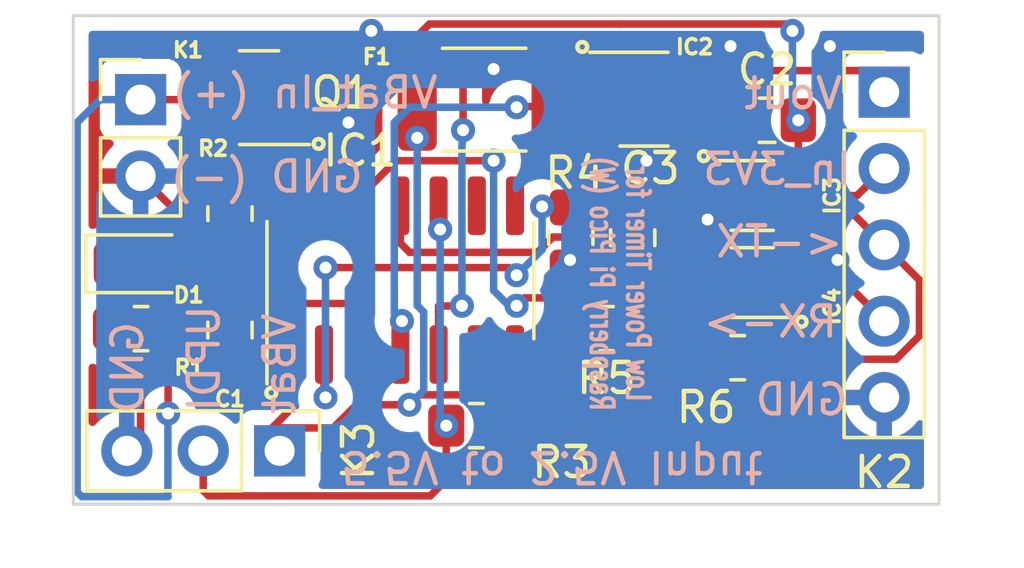
<source format=kicad_pcb>
(kicad_pcb (version 20211014) (generator pcbnew)
  (title_block (comment 4 "AISLER Project ID: KFVQHLUF"))
  (layers (0 "F.Cu" signal) (31 "B.Cu" signal) (34 "B.Paste" user) (35 "F.Paste" user) (36 "B.SilkS" user "B.Silkscreen") (37 "F.SilkS" user "F.Silkscreen") (38 "B.Mask" user) (39 "F.Mask" user) (44 "Edge.Cuts" user))
  (net 0 "")
  (net 1 "BAT_IN")
  (net 2 "PA1")
  (net 3 "VIN_3V3")
  (net 4 "Net-(D1-Pad1)")
  (net 5 "Net-(F1-Pad2)")
  (net 6 "Net-(IC1-Pad2)")
  (net 7 "VOUT")
  (net 12 "UPDI")
  (net 13 "PA2")
  (net 17 "TX")
  (net 19 "Net-(K1-Pad1)")
  (net 20 "Net-(Q1-Pad1)")
  (net 21 "RX")
  (net 22 "GND")
  (footprint "Resistor_SMD:R_0805_2012Metric_Pad1.20x1.40mm_HandSolder" (layer "F.Cu") (at 122.1994 78.502 -90)
    (fp_text reference "R4" (at -2.1496 -0.127 180) (layer "F.SilkS"))
    (fp_text value "10k")
    (fp_line (start -0.227064 0.735) (end 0.227064 0.735) (layer "F.SilkS") (width 0.12))
    (fp_line (start -0.227064 -0.735) (end 0.227064 -0.735) (layer "F.SilkS") (width 0.12))
    (pad "1" smd roundrect (at -1 0 270) (size 1.2 1.4) (layers "F.Cu" "F.Paste" "F.Mask") (roundrect_rratio 0.2083333333) (net 6 "Net-(IC1-Pad2)"))
    (pad "2" smd roundrect (at 1 0 270) (size 1.2 1.4) (layers "F.Cu" "F.Paste" "F.Mask") (roundrect_rratio 0.2083333333) (net 22 "GND"))
  )
  (footprint "Capacitor_SMD:C_0805_2012Metric_Pad1.18x1.45mm_HandSolder" (layer "F.Cu") (at 110.871 81.5809 90)
    (fp_text reference "C1" (at -2.2899 0 180) (layer "F.SilkS") (effects (font (size 0.5 0.5) (thickness 0.125))))
    (fp_text value "100nF/10V")
    (fp_line (start -0.261252 -0.735) (end 0.261252 -0.735) (layer "F.SilkS") (width 0.12))
    (fp_line (start -0.261252 0.735) (end 0.261252 0.735) (layer "F.SilkS") (width 0.12))
    (pad "1" smd roundrect (at -1.0375 0 90) (size 1.175 1.45) (layers "F.Cu" "F.Paste" "F.Mask") (roundrect_rratio 0.2127659574) (net 1 "BAT_IN"))
    (pad "2" smd roundrect (at 1.0375 0 90) (size 1.175 1.45) (layers "F.Cu" "F.Paste" "F.Mask") (roundrect_rratio 0.2127659574) (net 22 "GND"))
  )
  (footprint "Package_TO_SOT_SMD:SOT-23-5" (layer "F.Cu") (at 124.6323 73.8988)
    (fp_text reference "IC2" (at 1.6819 -1.7374) (layer "F.SilkS") (effects (font (size 0.5 0.5) (thickness 0.125))))
    (fp_text value "MAX40200AUK")
    (fp_line (start 0 1.56) (end -0.8 1.56) (layer "F.SilkS") (width 0.12))
    (fp_line (start 0 -1.56) (end -1.8 -1.56) (layer "F.SilkS") (width 0.12))
    (fp_line (start 0 1.56) (end 0.8 1.56) (layer "F.SilkS") (width 0.12))
    (fp_line (start 0 -1.56) (end 0.8 -1.56) (layer "F.SilkS") (width 0.12))
    (pad "1" smd roundrect (at -1.1375 -0.95) (size 1.325 0.6) (layers "F.Cu" "F.Paste" "F.Mask") (net 5 "Net-(F1-Pad2)"))
    (pad "2" smd roundrect (at -1.1375 0) (size 1.325 0.6) (layers "F.Cu" "F.Paste" "F.Mask") (net 22 "GND"))
    (pad "3" smd roundrect (at -1.1375 0.95) (size 1.325 0.6) (layers "F.Cu" "F.Paste" "F.Mask") (net 6 "Net-(IC1-Pad2)"))
    (pad "4" smd roundrect (at 1.1375 0.95) (size 1.325 0.6) (layers "F.Cu" "F.Paste" "F.Mask"))
    (pad "5" smd roundrect (at 1.1375 -0.95) (size 1.325 0.6) (layers "F.Cu" "F.Paste" "F.Mask") (net 7 "VOUT"))
  )
  (footprint "Fuse:Fuse_1812_4532Metric_Pad1.30x3.40mm_HandSolder" (layer "F.Cu") (at 119.319 73.914)
    (fp_text reference "F1" (at -3.5712 -1.4224) (layer "F.SilkS") (effects (font (size 0.5 0.5) (thickness 0.125))))
    (fp_text value "Polyfuse")
    (fp_line (start -1.386252 1.71) (end 1.386252 1.71) (layer "F.SilkS") (width 0.12))
    (fp_line (start -1.386252 -1.71) (end 1.386252 -1.71) (layer "F.SilkS") (width 0.12))
    (pad "1" smd roundrect (at -2.225 0) (size 1.3 3.4) (layers "F.Cu" "F.Paste" "F.Mask") (roundrect_rratio 0.1923076923) (net 1 "BAT_IN"))
    (pad "2" smd roundrect (at 2.225 0) (size 1.3 3.4) (layers "F.Cu" "F.Paste" "F.Mask") (roundrect_rratio 0.1923076923) (net 5 "Net-(F1-Pad2)"))
  )
  (footprint "Resistor_SMD:R_0805_2012Metric_Pad1.20x1.40mm_HandSolder" (layer "F.Cu") (at 127.746 82.5)
    (fp_text reference "R6" (at -1.0508 1.6502) (layer "F.SilkS"))
    (fp_text value "10k")
    (fp_line (start -0.227064 -0.735) (end 0.227064 -0.735) (layer "F.SilkS") (width 0.12))
    (fp_line (start -0.227064 0.735) (end 0.227064 0.735) (layer "F.SilkS") (width 0.12))
    (pad "1" smd roundrect (at -1 0) (size 1.2 1.4) (layers "F.Cu" "F.Paste" "F.Mask") (roundrect_rratio 0.2083333333) (net 3 "VIN_3V3"))
    (pad "2" smd roundrect (at 1 0) (size 1.2 1.4) (layers "F.Cu" "F.Paste" "F.Mask") (roundrect_rratio 0.2083333333) (net 17 "TX"))
  )
  (footprint "Package_TO_SOT_SMD:SOT-353_SC-70-5_Handsoldering" (layer "F.Cu") (at 128.2284 77.104)
    (fp_text reference "IC3" (at 2.6578 0.0104 90) (layer "F.SilkS") (effects (font (size 0.5 0.5) (thickness 0.125))))
    (fp_text value "74LVC1G07GC")
    (fp_line (start 0.7 -1.16) (end -1.2 -1.16) (layer "F.SilkS") (width 0.12))
    (fp_line (start -0.7 1.16) (end 0.7 1.16) (layer "F.SilkS") (width 0.12))
    (pad "1" smd rect (at -1.33 -0.65) (size 1.5 0.4) (layers "F.Cu" "F.Paste" "F.Mask"))
    (pad "2" smd rect (at -1.33 0) (size 1.5 0.4) (layers "F.Cu" "F.Paste" "F.Mask") (net 2 "PA1"))
    (pad "3" smd rect (at -1.33 0.65) (size 1.5 0.4) (layers "F.Cu" "F.Paste" "F.Mask") (net 22 "GND"))
    (pad "4" smd rect (at 1.33 0.65) (size 1.5 0.4) (layers "F.Cu" "F.Paste" "F.Mask") (net 17 "TX"))
    (pad "5" smd rect (at 1.33 -0.65) (size 1.5 0.4) (layers "F.Cu" "F.Paste" "F.Mask") (net 1 "BAT_IN"))
  )
  (footprint "LED_SMD:LED_0805_2012Metric_Pad1.15x1.40mm_HandSolder" (layer "F.Cu") (at 107.941 79.375)
    (fp_text reference "D1" (at 1.5584 1.0414) (layer "F.SilkS") (effects (font (size 0.5 0.5) (thickness 0.125))))
    (fp_text value "LED")
    (fp_line (start -1.86 0.96) (end 1 0.96) (layer "F.SilkS") (width 0.12))
    (fp_line (start 1 -0.96) (end -1.86 -0.96) (layer "F.SilkS") (width 0.12))
    (fp_line (start -1.86 -0.96) (end -1.86 0.96) (layer "F.SilkS") (width 0.12))
    (pad "1" smd roundrect (at -1.025 0) (size 1.15 1.4) (layers "F.Cu" "F.Paste" "F.Mask") (roundrect_rratio 0.2173913043) (net 4 "Net-(D1-Pad1)"))
    (pad "2" smd roundrect (at 1.025 0) (size 1.15 1.4) (layers "F.Cu" "F.Paste" "F.Mask") (roundrect_rratio 0.2173913043) (net 22 "GND"))
  )
  (footprint "Capacitor_SMD:C_0805_2012Metric_Pad1.18x1.45mm_HandSolder" (layer "F.Cu") (at 128.7233 74.5998)
    (fp_text reference "C2" (at 0 -1.68) (layer "F.SilkS"))
    (fp_text value "100nF/10V")
    (fp_line (start -0.261252 0.735) (end 0.261252 0.735) (layer "F.SilkS") (width 0.12))
    (fp_line (start -0.261252 -0.735) (end 0.261252 -0.735) (layer "F.SilkS") (width 0.12))
    (pad "1" smd roundrect (at -1.0375 0) (size 1.175 1.45) (layers "F.Cu" "F.Paste" "F.Mask") (roundrect_rratio 0.2127659574) (net 22 "GND"))
    (pad "2" smd roundrect (at 1.0375 0) (size 1.175 1.45) (layers "F.Cu" "F.Paste" "F.Mask") (roundrect_rratio 0.2127659574) (net 1 "BAT_IN"))
  )
  (footprint "Resistor_SMD:R_0805_2012Metric_Pad1.20x1.40mm_HandSolder" (layer "F.Cu") (at 110.871 77.708 -90)
    (fp_text reference "R2" (at -2.1684 0.5588 180) (layer "F.SilkS") (effects (font (size 0.5 0.5) (thickness 0.125))))
    (fp_text value "10k")
    (fp_line (start -0.227064 0.735) (end 0.227064 0.735) (layer "F.SilkS") (width 0.12))
    (fp_line (start -0.227064 -0.735) (end 0.227064 -0.735) (layer "F.SilkS") (width 0.12))
    (pad "1" smd roundrect (at -1 0 270) (size 1.2 1.4) (layers "F.Cu" "F.Paste" "F.Mask") (roundrect_rratio 0.2083333333) (net 20 "Net-(Q1-Pad1)"))
    (pad "2" smd roundrect (at 1 0 270) (size 1.2 1.4) (layers "F.Cu" "F.Paste" "F.Mask") (roundrect_rratio 0.2083333333) (net 22 "GND"))
  )
  (footprint "Package_TO_SOT_SMD:SOT-23" (layer "F.Cu") (at 111.8385 73.848 180)
    (fp_text reference "Q1" (at -2.7409 0.1626) (layer "F.SilkS"))
    (fp_text value "Q_PMOS_GSD")
    (fp_line (start 0 1.56) (end 0.65 1.56) (layer "F.SilkS") (width 0.12))
    (fp_line (start 0 1.56) (end -0.65 1.56) (layer "F.SilkS") (width 0.12))
    (fp_line (start 0 -1.56) (end -1.675 -1.56) (layer "F.SilkS") (width 0.12))
    (fp_line (start 0 -1.56) (end 0.65 -1.56) (layer "F.SilkS") (width 0.12))
    (pad "1" smd roundrect (at -0.9375 -0.95 180) (size 1.475 0.6) (layers "F.Cu" "F.Paste" "F.Mask") (net 20 "Net-(Q1-Pad1)"))
    (pad "2" smd roundrect (at -0.9375 0.95 180) (size 1.475 0.6) (layers "F.Cu" "F.Paste" "F.Mask") (net 1 "BAT_IN"))
    (pad "3" smd roundrect (at 0.9375 0 180) (size 1.475 0.6) (layers "F.Cu" "F.Paste" "F.Mask") (net 19 "Net-(K1-Pad1)"))
  )
  (footprint "Connector_PinHeader_2.54mm:PinHeader_1x03_P2.54mm_Vertical" (layer "F.Cu") (at 112.522 85.598 -90)
    (fp_text reference "K3" (at 0 -2.6162 -90) (layer "F.SilkS"))
    (fp_text value "DBG/UPDI")
    (fp_line (start 1.33 1.27) (end 1.33 6.41) (layer "F.SilkS") (width 0.12))
    (fp_line (start -1.33 1.27) (end 1.33 1.27) (layer "F.SilkS") (width 0.12))
    (fp_line (start -1.33 6.41) (end 1.33 6.41) (layer "F.SilkS") (width 0.12))
    (fp_line (start -1.33 0) (end -1.33 -1.33) (layer "F.SilkS") (width 0.12))
    (fp_line (start -1.33 -1.33) (end 0 -1.33) (layer "F.SilkS") (width 0.12))
    (fp_line (start -1.33 1.27) (end -1.33 6.41) (layer "F.SilkS") (width 0.12))
    (pad "1" thru_hole rect (at 0 0 270) (size 1.7 1.7) (drill 1) (layers *.Cu *.Mask) (net 1 "BAT_IN"))
    (pad "2" thru_hole oval (at 0 2.54 270) (size 1.7 1.7) (drill 1) (layers *.Cu *.Mask) (net 12 "UPDI"))
    (pad "3" thru_hole oval (at 0 5.08 270) (size 1.7 1.7) (drill 1) (layers *.Cu *.Mask) (net 22 "GND"))
  )
  (footprint "Resistor_SMD:R_0805_2012Metric_Pad1.20x1.40mm_HandSolder" (layer "F.Cu") (at 107.9152 81.534 180)
    (fp_text reference "R1" (at -1.6096 -1.2954) (layer "F.SilkS") (effects (font (size 0.5 0.5) (thickness 0.125))))
    (fp_text value "10k")
    (fp_line (start -0.227064 -0.735) (end 0.227064 -0.735) (layer "F.SilkS") (width 0.12))
    (fp_line (start -0.227064 0.735) (end 0.227064 0.735) (layer "F.SilkS") (width 0.12))
    (pad "1" smd roundrect (at -1 0 180) (size 1.2 1.4) (layers "F.Cu" "F.Paste" "F.Mask") (roundrect_rratio 0.2083333333) (net 19 "Net-(K1-Pad1)"))
    (pad "2" smd roundrect (at 1 0 180) (size 1.2 1.4) (layers "F.Cu" "F.Paste" "F.Mask") (roundrect_rratio 0.2083333333) (net 4 "Net-(D1-Pad1)"))
  )
  (footprint "Resistor_SMD:R_0805_2012Metric_Pad1.20x1.40mm_HandSolder" (layer "F.Cu") (at 119.0592 84.7598 180)
    (fp_text reference "R3" (at -2.8354 -1.2192) (layer "F.SilkS"))
    (fp_text value "10k")
    (fp_line (start -0.227064 0.735) (end 0.227064 0.735) (layer "F.SilkS") (width 0.12))
    (fp_line (start -0.227064 -0.735) (end 0.227064 -0.735) (layer "F.SilkS") (width 0.12))
    (pad "1" smd roundrect (at -1 0 180) (size 1.2 1.4) (layers "F.Cu" "F.Paste" "F.Mask") (roundrect_rratio 0.2083333333) (net 1 "BAT_IN"))
    (pad "2" smd roundrect (at 1 0 180) (size 1.2 1.4) (layers "F.Cu" "F.Paste" "F.Mask") (roundrect_rratio 0.2083333333) (net 12 "UPDI"))
  )
  (footprint "Capacitor_SMD:C_0805_2012Metric_Pad1.18x1.45mm_HandSolder" (layer "F.Cu") (at 124.2568 78.5075 90)
    (fp_text reference "C3" (at 2.3075 0.5842 180) (layer "F.SilkS"))
    (fp_text value "100nF/10V")
    (fp_line (start -0.261252 0.735) (end 0.261252 0.735) (layer "F.SilkS") (width 0.12))
    (fp_line (start -0.261252 -0.735) (end 0.261252 -0.735) (layer "F.SilkS") (width 0.12))
    (pad "1" smd roundrect (at -1.0375 0 90) (size 1.175 1.45) (layers "F.Cu" "F.Paste" "F.Mask") (roundrect_rratio 0.2127659574) (net 3 "VIN_3V3"))
    (pad "2" smd roundrect (at 1.0375 0 90) (size 1.175 1.45) (layers "F.Cu" "F.Paste" "F.Mask") (roundrect_rratio 0.2127659574) (net 22 "GND"))
  )
  (footprint "Resistor_SMD:R_0805_2012Metric_Pad1.20x1.40mm_HandSolder" (layer "F.Cu") (at 123.3838 81.534 180)
    (fp_text reference "R5" (at 0 -1.65) (layer "F.SilkS"))
    (fp_text value "10k")
    (fp_line (start -0.227064 -0.735) (end 0.227064 -0.735) (layer "F.SilkS") (width 0.12))
    (fp_line (start -0.227064 0.735) (end 0.227064 0.735) (layer "F.SilkS") (width 0.12))
    (pad "1" smd roundrect (at -1 0 180) (size 1.2 1.4) (layers "F.Cu" "F.Paste" "F.Mask") (roundrect_rratio 0.2083333333) (net 13 "PA2"))
    (pad "2" smd roundrect (at 1 0 180) (size 1.2 1.4) (layers "F.Cu" "F.Paste" "F.Mask") (roundrect_rratio 0.2083333333) (net 1 "BAT_IN"))
  )
  (footprint "Connector_PinHeader_2.54mm:PinHeader_1x02_P2.54mm_Vertical" (layer "F.Cu") (at 107.8992 73.914)
    (fp_text reference "K1" (at 1.5748 -1.651) (layer "F.SilkS") (effects (font (size 0.5 0.5) (thickness 0.125))))
    (fp_text value "Conn_01x02")
    (fp_line (start -1.33 3.87) (end 1.33 3.87) (layer "F.SilkS") (width 0.12))
    (fp_line (start 1.33 1.27) (end 1.33 3.87) (layer "F.SilkS") (width 0.12))
    (fp_line (start -1.33 -1.33) (end 0 -1.33) (layer "F.SilkS") (width 0.12))
    (fp_line (start -1.33 1.27) (end -1.33 3.87) (layer "F.SilkS") (width 0.12))
    (fp_line (start -1.33 1.27) (end 1.33 1.27) (layer "F.SilkS") (width 0.12))
    (fp_line (start -1.33 0) (end -1.33 -1.33) (layer "F.SilkS") (width 0.12))
    (pad "1" thru_hole rect (at 0 0) (size 1.7 1.7) (drill 1) (layers *.Cu *.Mask) (net 19 "Net-(K1-Pad1)"))
    (pad "2" thru_hole oval (at 0 2.54) (size 1.7 1.7) (drill 1) (layers *.Cu *.Mask) (net 22 "GND"))
  )
  (footprint "Package_SO:SOIC-14_3.9x8.7mm_P1.27mm" (layer "F.Cu") (at 116.5352 79.9196 90)
    (fp_text reference "IC1" (at 4.3038 -1.3462 180) (layer "F.SilkS"))
    (fp_text value "ATtiny404-SS")
    (fp_line (start 0 4.435) (end 1.95 4.435) (layer "F.SilkS") (width 0.12))
    (fp_line (start 0 -4.435) (end 1.95 -4.435) (layer "F.SilkS") (width 0.12))
    (fp_line (start 0 -4.435) (end -3.45 -4.435) (layer "F.SilkS") (width 0.12))
    (fp_line (start 0 4.435) (end -1.95 4.435) (layer "F.SilkS") (width 0.12))
    (pad "1" smd roundrect (at -2.475 -3.81 90) (size 1.95 0.6) (layers "F.Cu" "F.Paste" "F.Mask") (net 1 "BAT_IN"))
    (pad "2" smd roundrect (at -2.475 -2.54 90) (size 1.95 0.6) (layers "F.Cu" "F.Paste" "F.Mask") (net 6 "Net-(IC1-Pad2)"))
    (pad "3" smd roundrect (at -2.475 -1.27 90) (size 1.95 0.6) (layers "F.Cu" "F.Paste" "F.Mask") (net 1 "BAT_IN"))
    (pad "4" smd roundrect (at -2.475 0 90) (size 1.95 0.6) (layers "F.Cu" "F.Paste" "F.Mask") (net 5 "Net-(F1-Pad2)"))
    (pad "5" smd roundrect (at -2.475 1.27 90) (size 1.95 0.6) (layers "F.Cu" "F.Paste" "F.Mask") (net 7 "VOUT"))
    (pad "6" smd roundrect (at -2.475 2.54 90) (size 1.95 0.6) (layers "F.Cu" "F.Paste" "F.Mask"))
    (pad "7" smd roundrect (at -2.475 3.81 90) (size 1.95 0.6) (layers "F.Cu" "F.Paste" "F.Mask"))
    (pad "8" smd roundrect (at 2.475 3.81 90) (size 1.95 0.6) (layers "F.Cu" "F.Paste" "F.Mask"))
    (pad "9" smd roundrect (at 2.475 2.54 90) (size 1.95 0.6) (layers "F.Cu" "F.Paste" "F.Mask"))
    (pad "10" smd roundrect (at 2.475 1.27 90) (size 1.95 0.6) (layers "F.Cu" "F.Paste" "F.Mask") (net 12 "UPDI"))
    (pad "11" smd roundrect (at 2.475 0 90) (size 1.95 0.6) (layers "F.Cu" "F.Paste" "F.Mask") (net 2 "PA1"))
    (pad "12" smd roundrect (at 2.475 -1.27 90) (size 1.95 0.6) (layers "F.Cu" "F.Paste" "F.Mask") (net 13 "PA2"))
    (pad "13" smd roundrect (at 2.475 -2.54 90) (size 1.95 0.6) (layers "F.Cu" "F.Paste" "F.Mask"))
    (pad "14" smd roundrect (at 2.475 -3.81 90) (size 1.95 0.6) (layers "F.Cu" "F.Paste" "F.Mask") (net 22 "GND"))
  )
  (footprint "Connector_PinHeader_2.54mm:PinHeader_1x05_P2.54mm_Vertical" (layer "F.Cu") (at 132.6134 73.665)
    (fp_text reference "K2" (at 0 12.6442) (layer "F.SilkS"))
    (fp_text value "Conn_01x05")
    (fp_line (start -1.33 1.27) (end 1.33 1.27) (layer "F.SilkS") (width 0.12))
    (fp_line (start -1.33 1.27) (end -1.33 11.49) (layer "F.SilkS") (width 0.12))
    (fp_line (start -1.33 11.49) (end 1.33 11.49) (layer "F.SilkS") (width 0.12))
    (fp_line (start -1.33 0) (end -1.33 -1.33) (layer "F.SilkS") (width 0.12))
    (fp_line (start 1.33 1.27) (end 1.33 11.49) (layer "F.SilkS") (width 0.12))
    (fp_line (start -1.33 -1.33) (end 0 -1.33) (layer "F.SilkS") (width 0.12))
    (pad "1" thru_hole rect (at 0 0) (size 1.7 1.7) (drill 1) (layers *.Cu *.Mask) (net 7 "VOUT"))
    (pad "2" thru_hole oval (at 0 2.54) (size 1.7 1.7) (drill 1) (layers *.Cu *.Mask) (net 3 "VIN_3V3"))
    (pad "3" thru_hole oval (at 0 5.08) (size 1.7 1.7) (drill 1) (layers *.Cu *.Mask) (net 17 "TX"))
    (pad "4" thru_hole oval (at 0 7.62) (size 1.7 1.7) (drill 1) (layers *.Cu *.Mask) (net 21 "RX"))
    (pad "5" thru_hole oval (at 0 10.16) (size 1.7 1.7) (drill 1) (layers *.Cu *.Mask) (net 22 "GND"))
  )
  (footprint "Package_TO_SOT_SMD:SOT-353_SC-70-5_Handsoldering" (layer "F.Cu") (at 128.2284 79.9996 180)
    (fp_text reference "IC4" (at -2.6578 -0.7978 270) (layer "F.SilkS") (effects (font (size 0.5 0.5) (thickness 0.125))))
    (fp_text value "74LVC1G07GC")
    (fp_line (start 0.7 -1.16) (end -1.2 -1.16) (layer "F.SilkS") (width 0.12))
    (fp_line (start -0.7 1.16) (end 0.7 1.16) (layer "F.SilkS") (width 0.12))
    (pad "1" smd rect (at -1.33 -0.65 180) (size 1.5 0.4) (layers "F.Cu" "F.Paste" "F.Mask"))
    (pad "2" smd rect (at -1.33 0 180) (size 1.5 0.4) (layers "F.Cu" "F.Paste" "F.Mask") (net 21 "RX"))
    (pad "3" smd rect (at -1.33 0.65 180) (size 1.5 0.4) (layers "F.Cu" "F.Paste" "F.Mask") (net 22 "GND"))
    (pad "4" smd rect (at 1.33 0.65 180) (size 1.5 0.4) (layers "F.Cu" "F.Paste" "F.Mask") (net 13 "PA2"))
    (pad "5" smd rect (at 1.33 -0.65 180) (size 1.5 0.4) (layers "F.Cu" "F.Paste" "F.Mask") (net 3 "VIN_3V3"))
  )
  (gr_circle (center 126.619 75.7936) (end 126.7206 75.9206) (layer "F.SilkS") (width 0.15) (fill none))
  (gr_circle (center 129.8702 81.3054) (end 129.9718 81.4324) (layer "F.SilkS") (width 0.15) (fill none))
  (gr_circle (center 113.8174 75.3872) (end 113.919 75.5142) (layer "F.SilkS") (width 0.15) (fill none))
  (gr_circle (center 122.5804 72.1614) (end 122.682 72.2884) (layer "F.SilkS") (width 0.15) (fill none))
  (gr_circle (center 112.2426 83.6676) (end 112.3442 83.7946) (layer "F.SilkS") (width 0.15) (fill none))
  (gr_line (start 134.4422 87.376) (end 134.4422 71.12) (layer "Edge.Cuts") (width 0.1))
  (gr_line (start 105.664 71.12) (end 105.664 87.376) (layer "Edge.Cuts") (width 0.1))
  (gr_line (start 134.4422 71.12) (end 105.664 71.12) (layer "Edge.Cuts") (width 0.1))
  (gr_line (start 105.664 87.376) (end 134.4422 87.376) (layer "Edge.Cuts") (width 0.1))
  (gr_text "GND" (at 129.8702 83.8962) (layer "B.SilkS") (effects (font (size 1 1)) (justify mirror)))
  (gr_text "Vout" (at 129.5908 73.7108) (layer "B.SilkS") (effects (font (size 1 1)) (justify mirror)))
  (gr_text "GND (-)" (at 112.0902 76.4794) (layer "B.SilkS") (effects (font (size 1 1)) (justify mirror)))
  (gr_text "GND" (at 107.4674 82.8294 90) (layer "B.SilkS") (effects (font (size 1 1)) (justify mirror)))
  (gr_text "VBat_In (+)" (at 113.3602 73.6854) (layer "B.SilkS") (effects (font (size 1 1)) (justify mirror)))
  (gr_text "Low Power Timer for\nRaspberry Pi Pico (W)\n" (at 123.825 80.0354 270) (layer "B.SilkS") (effects (font (size 0.75 0.5) (thickness 0.125)) (justify mirror)))
  (gr_text "UPDI" (at 110.0074 82.5246 90) (layer "B.SilkS") (effects (font (size 1 1)) (justify mirror)))
  (gr_text "<-TX" (at 129.1336 78.6384) (layer "B.SilkS") (effects (font (size 1 1)) (justify mirror)))
  (gr_text "RX->" (at 128.8288 81.3054) (layer "B.SilkS") (effects (font (size 1 1)) (justify mirror)))
  (gr_text "VBat" (at 112.522 82.7024 90) (layer "B.SilkS") (effects (font (size 1 1)) (justify mirror)))
  (gr_text "In_3V3" (at 129.0574 76.2254) (layer "B.SilkS") (effects (font (size 1 1)) (justify mirror)))
  (gr_text "5.5V to 2.5V Input" (at 121.5644 86.1314 180) (layer "B.SilkS") (effects (font (size 1 1)) (justify mirror)))
  (segment (start 112.776 82.4454) (end 112.7252 82.3946) (width 0.25) (layer "F.Cu") (net 1))
  (segment (start 112.776 84.328) (end 112.776 82.4454) (width 0.25) (layer "F.Cu") (net 1))
  (segment (start 112.268 84.836) (end 114.3 84.836) (width 0.25) (layer "F.Cu") (net 1))
  (segment (start 114.3 84.836) (end 115.07052 84.06548) (width 0.25) (layer "F.Cu") (net 1))
  (segment (start 112.776 72.898) (end 115.8494 72.898) (width 0.25) (layer "F.Cu") (net 1))
  (segment (start 116.83148 84.06548) (end 117.16168 83.73528) (width 0.25) (layer "F.Cu") (net 1))
  (segment (start 115.57852 84.06548) (end 116.83148 84.06548) (width 0.25) (layer "F.Cu") (net 1))
  (segment (start 117.094 73.914) (end 117.094 73.4314) (width 0.25) (layer "F.Cu") (net 1))
  (segment (start 117.094 73.4314) (end 117.094 71.8058) (width 0.25) (layer "F.Cu") (net 1))
  (segment (start 115.2906 80.6958) (end 112.343593 80.6958) (width 0.25) (layer "F.Cu") (net 1))
  (segment (start 115.316 80.7212) (end 115.2906 80.6958) (width 0.25) (layer "F.Cu") (net 1))
  (segment (start 115.2652 83.7692) (end 115.56148 84.06548) (width 0.25) (layer "F.Cu") (net 1))
  (segment (start 120.142 85.058) (end 120.11 85.09) (width 0.25) (layer "F.Cu") (net 1))
  (segment (start 115.8494 72.898) (end 117.094 74.1426) (width 0.25) (layer "F.Cu") (net 1))
  (segment (start 129.7608 74.5998) (end 129.7608 76.2516) (width 0.25) (layer "F.Cu") (net 1))
  (segment (start 112.5014 82.6184) (end 112.7252 82.3946) (width 0.25) (layer "F.Cu") (net 1))
  (segment (start 115.2652 82.3946) (end 115.2652 83.7692) (width 0.25) (layer "F.Cu") (net 1))
  (segment (start 122.936 84.836) (end 120.364 84.836) (width 0.25) (layer "F.Cu") (net 1))
  (segment (start 110.871 82.6184) (end 112.5014 82.6184) (width 0.25) (layer "F.Cu") (net 1))
  (segment (start 117.16168 83.73528) (end 119.03468 83.73528) (width 0.25) (layer "F.Cu") (net 1))
  (segment (start 111.3282 82.1612) (end 110.871 82.6184) (width 0.25) (layer "F.Cu") (net 1))
  (segment (start 119.03468 83.73528) (end 120.0592 84.7598) (width 0.25) (layer "F.Cu") (net 1))
  (segment (start 112.268 84.836) (end 112.776 84.328) (width 0.25) (layer "F.Cu") (net 1))
  (segment (start 122.936 84.836) (end 122.936 82.0862) (width 0.25) (layer "F.Cu") (net 1))
  (segment (start 112.343593 80.6958) (end 111.3282 81.711193) (width 0.25) (layer "F.Cu") (net 1))
  (segment (start 117.5004 71.3994) (end 123.8504 71.3994) (width 0.25) (layer "F.Cu") (net 1))
  (segment (start 115.2652 82.3946) (end 115.316 82.3438) (width 0.25) (layer "F.Cu") (net 1))
  (segment (start 122.936 82.0862) (end 122.3838 81.534) (width 0.25) (layer "F.Cu") (net 1))
  (segment (start 116.3828 73.4314) (end 116.8654 73.914) (width 0.25) (layer "F.Cu") (net 1))
  (segment (start 117.3988 71.501) (end 117.5004 71.3994) (width 0.25) (layer "F.Cu") (net 1))
  (segment (start 115.316 82.3438) (end 115.316 80.7212) (width 0.25) (layer "F.Cu") (net 1))
  (segment (start 116.3828 73.4314) (end 117.094 74.1426) (width 0.25) (layer "F.Cu") (net 1))
  (segment (start 129.7608 76.2516) (end 129.5584 76.454) (width 0.25) (layer "F.Cu") (net 1))
  (segment (start 123.8504 71.3994) (end 129.3368 71.3994) (width 0.25) (layer "F.Cu") (net 1))
  (segment (start 111.3282 81.711193) (end 111.3282 82.1612) (width 0.25) (layer "F.Cu") (net 1))
  (segment (start 117.094 71.8058) (end 117.3988 71.501) (width 0.25) (layer "F.Cu") (net 1))
  (segment (start 129.3368 71.3994) (end 129.5654 71.628) (width 0.25) (layer "F.Cu") (net 1))
  (segment (start 115.56148 84.06548) (end 115.57852 84.06548) (width 0.25) (layer "F.Cu") (net 1))
  (segment (start 120.364 84.836) (end 120.11 85.09) (width 0.25) (layer "F.Cu") (net 1))
  (segment (start 115.07052 84.06548) (end 115.57852 84.06548) (width 0.25) (layer "F.Cu") (net 1))
  (segment (start 117.094 74.1426) (end 117.094 75.184) (width 0.25) (layer "F.Cu") (net 1))
  (via (at 117.094 75.184) (size 0.8) (drill 0.4) (layers "F.Cu" "B.Cu") (net 1))
  (via (at 129.5654 71.628) (size 0.8) (drill 0.4) (layers "F.Cu" "B.Cu") (net 1))
  (via (at 116.83148 84.06548) (size 0.8) (drill 0.4) (layers "F.Cu" "B.Cu") (net 1))
  (via (at 129.7608 74.5998) (size 0.8) (drill 0.4) (layers "F.Cu" "B.Cu") (net 1))
  (segment (start 129.5654 74.4044) (end 129.7608 74.5998) (width 0.25) (layer "B.Cu") (net 1))
  (segment (start 129.5654 71.628) (end 129.5654 74.4044) (width 0.25) (layer "B.Cu") (net 1))
  (segment (start 117.094 75.184) (end 117.094 80.763386) (width 0.25) (layer "B.Cu") (net 1))
  (segment (start 117.094 80.763386) (end 117.310511 80.979897) (width 0.25) (layer "B.Cu") (net 1))
  (segment (start 117.310511 80.979897) (end 117.310511 83.586449) (width 0.25) (layer "B.Cu") (net 1))
  (segment (start 117.310511 83.586449) (end 116.83148 84.06548) (width 0.25) (layer "B.Cu") (net 1))
  (segment (start 125.73 77.216) (end 125.73 77.978) (width 0.25) (layer "F.Cu") (net 2))
  (segment (start 121.094907 78.994) (end 116.84 78.994) (width 0.25) (layer "F.Cu") (net 2))
  (segment (start 125.73 77.978) (end 125.222 78.486) (width 0.25) (layer "F.Cu") (net 2))
  (segment (start 116.5352 77.4446) (end 116.5352 78.6892) (width 0.25) (layer "F.Cu") (net 2))
  (segment (start 126.8984 77.104) (end 125.842 77.104) (width 0.25) (layer "F.Cu") (net 2))
  (segment (start 125.222 78.486) (end 121.602907 78.486) (width 0.25) (layer "F.Cu") (net 2))
  (segment (start 116.5352 78.6892) (end 116.84 78.994) (width 0.25) (layer "F.Cu") (net 2))
  (segment (start 121.602907 78.486) (end 121.094907 78.994) (width 0.25) (layer "F.Cu") (net 2))
  (segment (start 125.842 77.104) (end 125.73 77.216) (width 0.25) (layer "F.Cu") (net 2))
  (segment (start 128.27 77.443378) (end 128.609178 77.1042) (width 0.25) (layer "F.Cu") (net 3))
  (segment (start 128.27 78.74) (end 128.27 77.443378) (width 0.25) (layer "F.Cu") (net 3))
  (segment (start 125.73 78.74) (end 128.27 78.74) (width 0.25) (layer "F.Cu") (net 3))
  (segment (start 124.2568 79.1132) (end 125.3568 79.1132) (width 0.25) (layer "F.Cu") (net 3))
  (segment (start 128.609178 77.1042) (end 131.7142 77.1042) (width 0.25) (layer "F.Cu") (net 3))
  (segment (start 125.3568 79.1132) (end 125.73 78.74) (width 0.25) (layer "F.Cu") (net 3))
  (segment (start 128.27 80.01) (end 127.6304 80.6496) (width 0.25) (layer "F.Cu") (net 3))
  (segment (start 127.6304 80.6496) (end 126.8984 80.6496) (width 0.25) (layer "F.Cu") (net 3))
  (segment (start 131.7142 77.1042) (end 132.6134 76.205) (width 0.25) (layer "F.Cu") (net 3))
  (segment (start 126.8984 80.6496) (end 126.8984 82.2706) (width 0.25) (layer "F.Cu") (net 3))
  (segment (start 128.27 78.74) (end 128.27 80.01) (width 0.25) (layer "F.Cu") (net 3))
  (segment (start 126.8984 82.2706) (end 126.619 82.55) (width 0.25) (layer "F.Cu") (net 3))
  (segment (start 106.916 79.375) (end 106.916 81.5332) (width 0.25) (layer "F.Cu") (net 4))
  (segment (start 106.916 81.5332) (end 106.9152 81.534) (width 0.25) (layer "F.Cu") (net 4))
  (segment (start 120.4214 74.1426) (end 120.396 74.168) (width 0.25) (layer "F.Cu") (net 5))
  (segment (start 122.428 72.898) (end 123.444 72.898) (width 0.25) (layer "F.Cu") (net 5))
  (segment (start 121.544 74.1426) (end 120.4214 74.1426) (width 0.25) (layer "F.Cu") (net 5))
  (segment (start 116.586 82.3438) (end 116.5352 82.3946) (width 0.25) (layer "F.Cu") (net 5))
  (segment (start 121.544 74.1426) (end 121.544 73.782) (width 0.25) (layer "F.Cu") (net 5))
  (segment (start 121.544 73.782) (end 122.428 72.898) (width 0.25) (layer "F.Cu") (net 5))
  (segment (start 123.444 72.898) (end 123.4948 72.9488) (width 0.25) (layer "F.Cu") (net 5))
  (segment (start 116.586 81.28) (end 116.586 82.3438) (width 0.25) (layer "F.Cu") (net 5))
  (via (at 120.396 74.168) (size 0.8) (drill 0.4) (layers "F.Cu" "B.Cu") (net 5))
  (via (at 116.586 81.28) (size 0.8) (drill 0.4) (layers "F.Cu" "B.Cu") (net 5))
  (segment (start 116.332 74.676) (end 116.332 81.026) (width 0.25) (layer "B.Cu") (net 5))
  (segment (start 116.84 74.168) (end 116.332 74.676) (width 0.25) (layer "B.Cu") (net 5))
  (segment (start 120.396 74.168) (end 116.84 74.168) (width 0.25) (layer "B.Cu") (net 5))
  (segment (start 116.332 81.026) (end 116.586 81.28) (width 0.25) (layer "B.Cu") (net 5))
  (segment (start 120.142 79.502) (end 120.396 79.756) (width 0.25) (layer "F.Cu") (net 6))
  (segment (start 118.11 79.502) (end 120.142 79.502) (width 0.25) (layer "F.Cu") (net 6))
  (segment (start 113.9952 82.3946) (end 113.9952 83.7692) (width 0.25) (layer "F.Cu") (net 6))
  (segment (start 123.4948 74.8488) (end 123.4948 75.1332) (width 0.25) (layer "F.Cu") (net 6))
  (segment (start 121.2447 77.47) (end 122.1674 77.47) (width 0.25) (layer "F.Cu") (net 6))
  (segment (start 122.1674 77.47) (end 122.1994 77.502) (width 0.25) (layer "F.Cu") (net 6))
  (segment (start 122.1994 76.4286) (end 122.1994 77.502) (width 0.25) (layer "F.Cu") (net 6))
  (segment (start 123.4948 75.1332) (end 122.1994 76.4286) (width 0.25) (layer "F.Cu") (net 6))
  (segment (start 114.046 79.502) (end 118.11 79.502) (width 0.25) (layer "F.Cu") (net 6))
  (segment (start 113.9952 83.7692) (end 114.046 83.82) (width 0.25) (layer "F.Cu") (net 6))
  (via (at 121.2447 77.47) (size 0.8) (drill 0.4) (layers "F.Cu" "B.Cu") (net 6))
  (via (at 120.396 79.756) (size 0.8) (drill 0.4) (layers "F.Cu" "B.Cu") (net 6))
  (via (at 114.046 83.82) (size 0.8) (drill 0.4) (layers "F.Cu" "B.Cu") (net 6))
  (via (at 114.046 79.502) (size 0.8) (drill 0.4) (layers "F.Cu" "B.Cu") (net 6))
  (segment (start 120.396 79.756) (end 121.2447 78.9073) (width 0.25) (layer "B.Cu") (net 6))
  (segment (start 121.2447 78.9073) (end 121.2447 77.47) (width 0.25) (layer "B.Cu") (net 6))
  (segment (start 114.046 83.82) (end 114.046 79.502) (width 0.25) (layer "B.Cu") (net 6))
  (segment (start 118.618 74.93) (end 118.618 72.39) (width 0.25) (layer "F.Cu") (net 7))
  (segment (start 125.7698 72.9488) (end 131.8972 72.9488) (width 0.25) (layer "F.Cu") (net 7))
  (segment (start 131.8972 72.9488) (end 132.6134 73.665) (width 0.25) (layer "F.Cu") (net 7))
  (segment (start 125.222 71.882) (end 125.7698 72.4298) (width 0.25) (layer "F.Cu") (net 7))
  (segment (start 118.618 72.39) (end 119.126 71.882) (width 0.25) (layer "F.Cu") (net 7))
  (segment (start 119.126 71.882) (end 125.222 71.882) (width 0.25) (layer "F.Cu") (net 7))
  (segment (start 118.5805 80.772) (end 117.8052 80.7853) (width 0.25) (layer "F.Cu") (net 7))
  (segment (start 125.7698 72.4298) (end 125.7698 72.9488) (width 0.25) (layer "F.Cu") (net 7))
  (segment (start 117.8052 80.7853) (end 117.8052 82.3946) (width 0.25) (layer "F.Cu") (net 7))
  (via (at 118.5805 80.772) (size 0.8) (drill 0.4) (layers "F.Cu" "B.Cu") (net 7))
  (via (at 118.618 74.93) (size 0.8) (drill 0.4) (layers "F.Cu" "B.Cu") (net 7))
  (segment (start 118.580511 75.475489) (end 118.580511 80.009989) (width 0.25) (layer "B.Cu") (net 7))
  (segment (start 118.618 74.93) (end 118.580511 75.475489) (width 0.25) (layer "B.Cu") (net 7))
  (segment (start 118.580511 80.009989) (end 118.5805 80.772) (width 0.25) (layer "B.Cu") (net 7))
  (segment (start 118.0592 86.5632) (end 117.5258 87.0966) (width 0.25) (layer "F.Cu") (net 12))
  (segment (start 109.982 86.9188) (end 110.1598 87.0966) (width 0.25) (layer "F.Cu") (net 12))
  (segment (start 110.1598 87.0966) (end 117.5258 87.0966) (width 0.25) (layer "F.Cu") (net 12))
  (segment (start 109.982 85.598) (end 109.982 86.9188) (width 0.25) (layer "F.Cu") (net 12))
  (segment (start 118.0592 84.7598) (end 118.0592 86.5632) (width 0.25) (layer "F.Cu") (net 12))
  (via (at 118.0592 84.7598) (size 0.8) (drill 0.4) (layers "F.Cu" "B.Cu") (net 12))
  (via (at 117.856 78.232) (size 0.8) (drill 0.4) (layers "F.Cu" "B.Cu") (net 12))
  (segment (start 117.856 84.5566) (end 118.0592 84.7598) (width 0.25) (layer "B.Cu") (net 12))
  (segment (start 117.856 78.232) (end 117.856 84.5566) (width 0.25) (layer "B.Cu") (net 12))
  (segment (start 116.387728 75.946) (end 115.2652 77.068528) (width 0.25) (layer "F.Cu") (net 13))
  (segment (start 125.5522 80.4418) (end 125.5522 79.8322) (width 0.25) (layer "F.Cu") (net 13))
  (segment (start 115.2652 77.068528) (end 115.2652 77.4446) (width 0.25) (layer "F.Cu") (net 13))
  (segment (start 124.46 81.534) (end 125.5522 80.4418) (width 0.25) (layer "F.Cu") (net 13))
  (segment (start 119.634 75.946) (end 116.387728 75.946) (width 0.25) (layer "F.Cu") (net 13))
  (segment (start 123.35928 80.50948) (end 124.3838 81.534) (width 0.25) (layer "F.Cu") (net 13))
  (segment (start 124.3838 81.534) (end 124.46 81.534) (width 0.25) (layer "F.Cu") (net 13))
  (segment (start 126.8984 79.3496) (end 126.0348 79.3496) (width 0.25) (layer "F.Cu") (net 13))
  (segment (start 120.65852 80.50948) (end 123.35928 80.50948) (width 0.25) (layer "F.Cu") (net 13))
  (segment (start 120.396 80.772) (end 120.65852 80.50948) (width 0.25) (layer "F.Cu") (net 13))
  (segment (start 126.0348 79.3496) (end 125.5522 79.8322) (width 0.25) (layer "F.Cu") (net 13))
  (via (at 119.634 75.946) (size 0.8) (drill 0.4) (layers "F.Cu" "B.Cu") (net 13))
  (via (at 120.396 80.772) (size 0.8) (drill 0.4) (layers "F.Cu" "B.Cu") (net 13))
  (segment (start 119.634 75.946) (end 119.634 80.264) (width 0.25) (layer "B.Cu") (net 13))
  (segment (start 119.634 80.264) (end 120.142 80.772) (width 0.25) (layer "B.Cu") (net 13))
  (segment (start 120.142 80.772) (end 120.396 80.772) (width 0.25) (layer "B.Cu") (net 13))
  (segment (start 128.619 82.55) (end 133.00941 82.55) (width 0.25) (layer "F.Cu") (net 17))
  (segment (start 129.5584 77.754) (end 131.6224 77.754) (width 0.25) (layer "F.Cu") (net 17))
  (segment (start 133.787911 81.771499) (end 133.787911 79.919511) (width 0.25) (layer "F.Cu") (net 17))
  (segment (start 133.00941 82.55) (end 133.787911 81.771499) (width 0.25) (layer "F.Cu") (net 17))
  (segment (start 133.787911 79.919511) (end 132.6134 78.745) (width 0.25) (layer "F.Cu") (net 17))
  (segment (start 131.6224 77.754) (end 132.6134 78.745) (width 0.25) (layer "F.Cu") (net 17))
  (segment (start 108.9152 81.534) (end 108.712 81.534) (width 0.25) (layer "F.Cu") (net 19))
  (segment (start 108.8136 81.6356) (end 108.9152 81.534) (width 0.25) (layer "F.Cu") (net 19))
  (segment (start 107.8992 73.914) (end 110.835 73.914) (width 0.25) (layer "F.Cu") (net 19))
  (segment (start 110.835 73.914) (end 110.901 73.848) (width 0.25) (layer "F.Cu") (net 19))
  (segment (start 108.8136 84.3534) (end 108.8136 81.6356) (width 0.25) (layer "F.Cu") (net 19))
  (via (at 108.8136 84.3534) (size 0.8) (drill 0.4) (layers "F.Cu" "B.Cu") (net 19))
  (segment (start 108.807489 87.115889) (end 108.807489 84.359511) (width 0.25) (layer "B.Cu") (net 19))
  (segment (start 107.7976 87.122) (end 108.8136 87.122) (width 0.25) (layer "B.Cu") (net 19))
  (segment (start 108.807489 84.359511) (end 108.8136 84.3534) (width 0.25) (layer "B.Cu") (net 19))
  (segment (start 105.791 86.9696) (end 105.9434 87.122) (width 0.25) (layer "B.Cu") (net 19))
  (segment (start 105.9434 87.122) (end 107.7976 87.122) (width 0.25) (layer "B.Cu") (net 19))
  (segment (start 108.8136 87.122) (end 108.807489 87.115889) (width 0.25) (layer "B.Cu") (net 19))
  (segment (start 106.4514 74.0156) (end 105.791 74.676) (width 0.25) (layer "B.Cu") (net 19))
  (segment (start 107.8992 73.914) (end 106.553 73.914) (width 0.25) (layer "B.Cu") (net 19))
  (segment (start 105.791 74.676) (end 105.791 86.9696) (width 0.25) (layer "B.Cu") (net 19))
  (segment (start 106.553 73.914) (end 106.4514 74.0156) (width 0.25) (layer "B.Cu") (net 19))
  (segment (start 110.871 75.311) (end 111.384 74.798) (width 0.25) (layer "F.Cu") (net 20))
  (segment (start 111.384 74.798) (end 112.776 74.798) (width 0.25) (layer "F.Cu") (net 20))
  (segment (start 110.871 76.708) (end 110.871 75.311) (width 0.25) (layer "F.Cu") (net 20))
  (segment (start 129.5584 79.9996) (end 131.328 79.9996) (width 0.25) (layer "F.Cu") (net 21))
  (segment (start 131.328 79.9996) (end 132.6134 81.285) (width 0.25) (layer "F.Cu") (net 21))
  (segment (start 126.9848 73.8988) (end 127.6858 74.5998) (width 0.25) (layer "F.Cu") (net 22))
  (segment (start 130.9624 79.3496) (end 131.064 79.248) (width 0.25) (layer "F.Cu") (net 22))
  (segment (start 124.714 73.914) (end 124.714 75.946) (width 0.25) (layer "F.Cu") (net 22))
  (segment (start 124.6988 73.8988) (end 124.714 73.914) (width 0.25) (layer "F.Cu") (net 22))
  (segment (start 124.4752 73.8988) (end 126.9848 73.8988) (width 0.25) (layer "F.Cu") (net 22))
  (segment (start 108.966 79.375) (end 108.966 77.5208) (width 0.25) (layer "F.Cu") (net 22))
  (segment (start 107.442 85.598) (end 107.8992 85.1408) (width 0.25) (layer "F.Cu") (net 22))
  (segment (start 107.8992 85.1408) (end 107.8992 76.454) (width 0.25) (layer "F.Cu") (net 22))
  (segment (start 126.8984 77.754) (end 126.895502 77.754) (width 0.25) (layer "F.Cu") (net 22))
  (segment (start 110.871 80.5434) (end 110.1344 80.5434) (width 0.25) (layer "F.Cu") (net 22))
  (segment (start 109.633 78.708) (end 108.966 79.375) (width 0.25) (layer "F.Cu") (net 22))
  (segment (start 126.895502 77.754) (end 126.746 77.903502) (width 0.25) (layer "F.Cu") (net 22))
  (segment (start 123.4948 73.8988) (end 124.4752 73.8988) (width 0.25) (layer "F.Cu") (net 22))
  (segment (start 108.966 77.5208) (end 107.8992 76.454) (width 0.25) (layer "F.Cu") (net 22))
  (segment (start 129.5584 79.3496) (end 130.9624 79.3496) (width 0.25) (layer "F.Cu") (net 22))
  (segment (start 111.4618 78.708) (end 112.7252 77.4446) (width 0.25) (layer "F.Cu") (net 22))
  (segment (start 110.871 78.708) (end 109.633 78.708) (width 0.25) (layer "F.Cu") (net 22))
  (segment (start 110.871 78.708) (end 111.4618 78.708) (width 0.25) (layer "F.Cu") (net 22))
  (segment (start 124.4752 73.8988) (end 124.6988 73.8988) (width 0.25) (layer "F.Cu") (net 22))
  (segment (start 110.1344 80.5434) (end 108.966 79.375) (width 0.25) (layer "F.Cu") (net 22))
  (segment (start 124.2568 76.4032) (end 124.714 75.946) (width 0.25) (layer "F.Cu") (net 22))
  (segment (start 124.2568 77.47) (end 124.2568 76.4032) (width 0.25) (layer "F.Cu") (net 22))
  (via (at 119.634 72.898) (size 0.8) (drill 0.4) (layers "F.Cu" "B.Cu") (net 22))
  (via (at 126.746 77.903502) (size 0.8) (drill 0.4) (layers "F.Cu" "B.Cu") (net 22))
  (via (at 130.81 72.136) (size 0.8) (drill 0.4) (layers "F.Cu" "B.Cu") (net 22))
  (via (at 124.714 75.946) (size 0.8) (drill 0.4) (layers "F.Cu" "B.Cu") (net 22))
  (via (at 122.174 79.248) (size 0.8) (drill 0.4) (layers "F.Cu" "B.Cu") (net 22))
  (via (at 114.808 74.676) (size 0.8) (drill 0.4) (layers "F.Cu" "B.Cu") (net 22))
  (via (at 127.508 72.136) (size 0.8) (drill 0.4) (layers "F.Cu" "B.Cu") (net 22))
  (via (at 115.57 71.628) (size 0.8) (drill 0.4) (layers "F.Cu" "B.Cu") (net 22))
  (via (at 131.064 79.248) (size 0.8) (drill 0.4) (layers "F.Cu" "B.Cu") (net 22))
  (zone (net 22) (net_name "GND") (layer "F.Cu") (connect_pads (clearance 0.508)) (min_thickness 0.254) (fill yes (thermal_gap 0.508) (thermal_bridge_width 0.508))
    (polygon (pts (xy 134.493 87.376) (xy 105.664 87.376) (xy 105.664 71.12) (xy 134.493 71.12)))
  )
  (zone (net 22) (net_name "GND") (layers F&B.Cu) (connect_pads (clearance 0.508)) (min_thickness 0.254) (fill yes (thermal_gap 0.508) (thermal_bridge_width 0.508))
    (polygon (pts (xy 134.4676 87.376) (xy 105.664 87.376) (xy 105.664 71.12) (xy 134.4676 71.12)))
  )
)
</source>
